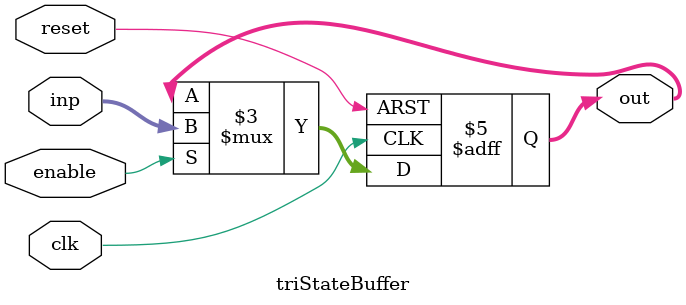
<source format=v>
`timescale 1ns / 1ps
module triStateBuffer #(parameter WIDTH = 8)
(input clk, reset, enable, input [WIDTH-1:0] inp, output reg [WIDTH-1:0] out);
// it is a bus of triState buffers so the input is a bus.
// and also it returns 0 instead of High ampedance (Z) --> different from triStateBuffer
always @(posedge clk,posedge reset) 
begin
	if(reset)
		begin  
			out <= 0;
		end 
	else 
		if (enable == 1'b1)
		begin
			out <= inp; 	
		end
end  
endmodule


</source>
